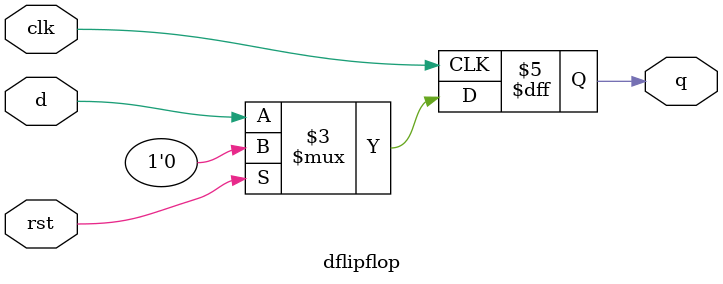
<source format=v>
module dflipflop(d,clk,rst,q);
input d,clk,rst;
output reg q;
always @(posedge clk)
begin 
if(rst)
q <=1'b0;
else
q <= d;
end
endmodule


</source>
